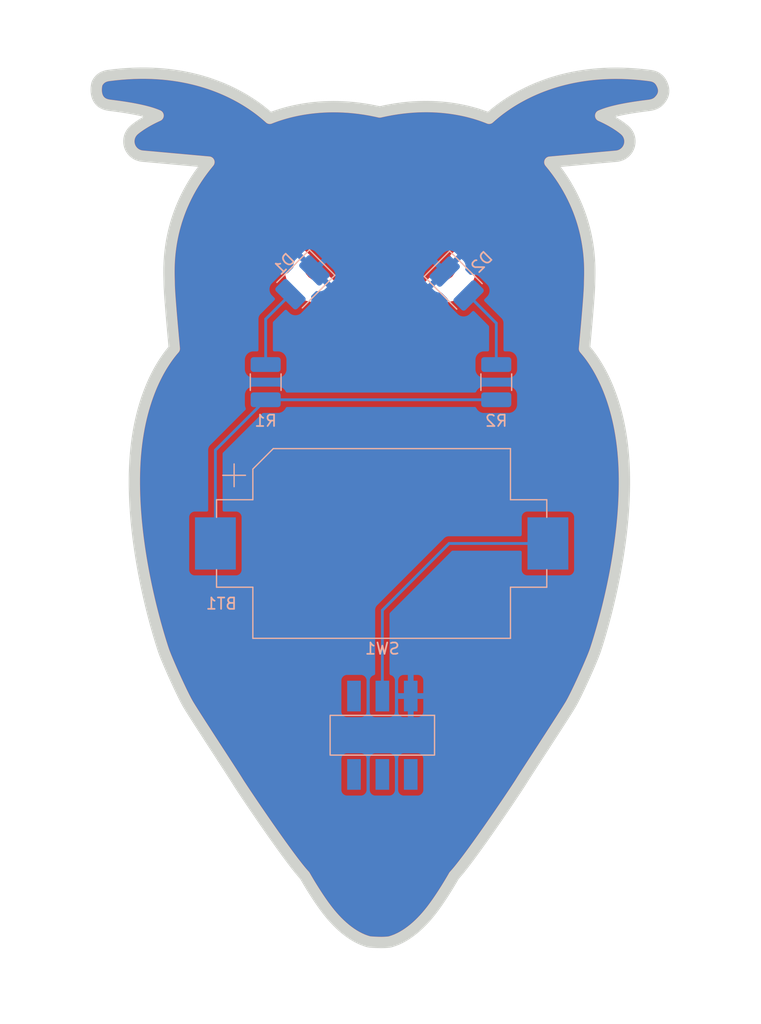
<source format=kicad_pcb>
(kicad_pcb (version 20211014) (generator pcbnew)
  (layers (0 "F.Cu" signal) (31 "B.Cu" signal) (34 "B.Paste" user) (35 "F.Paste" user) (36 "B.SilkS" user "B.Silkscreen") (37 "F.SilkS" user "F.Silkscreen") (38 "B.Mask" user) (39 "F.Mask" user) (44 "Edge.Cuts" user))
  (net 0 "")
  (net 1 "+3V0")
  (net 2 "Net-(BT1-Pad2)")
  (net 3 "GND")
  (net 4 "Net-(D1-Pad2)")
  (net 5 "Net-(D2-Pad2)")
  (footprint "Graphics" (layer "F.Cu") (at 30.79 29.72)
    (fp_text reference "" (at 0 0) (layer "F.SilkS") (effects (font (size 1.27 1.27))))
    (fp_text value "" (at 0 0) (layer "F.SilkS") (effects (font (size 1.27 1.27))))
    (fp_poly (pts (xy 6.404 0.133) (xy 6.463 0.14) (xy 8.256 0.444) (xy 9.968 0.919) (xy 11.586 1.558) (xy 13.098 2.357) (xy 14.492 3.311) (xy 14.988 3.713) (xy 15.182 3.871) (xy 15.299 3.953) (xy 15.31 3.957) (xy 15.411 3.924) (xy 15.648 3.845) (xy 15.929 3.75) (xy 17.26 3.367) (xy 18.658 3.106) (xy 19.625 2.996) (xy 20.014 2.974) (xy 20.532 2.964) (xy 21.109 2.964) (xy 21.674 2.974) (xy 22.156 2.994) (xy 22.35 3.008) (xy 24.083 3.24) (xy 24.579 3.335) (xy 24.98 3.417) (xy 25.459 3.32) (xy 26.138 3.193) (xy 26.778 3.097) (xy 27.484 3.017) (xy 27.713 2.995) (xy 28.063 2.975) (xy 28.547 2.964) (xy 29.1 2.962) (xy 29.656 2.968) (xy 30.15 2.983) (xy 30.517 3.005) (xy 30.55 3.008) (xy 31.916 3.201) (xy 33.188 3.495) (xy 34.378 3.882) (xy 34.619 3.971) (xy 34.803 3.807) (xy 35.603 3.163) (xy 36.524 2.534) (xy 37.491 1.97) (xy 37.8 1.811) (xy 39.382 1.121) (xy 41.017 0.599) (xy 41.354 0.514) (xy 43.043 0.197) (xy 44.803 0.03) (xy 46.564 0.02) (xy 46.699 0.026) (xy 47.233 0.057) (xy 47.778 0.101) (xy 48.285 0.15) (xy 48.707 0.202) (xy 48.996 0.25) (xy 49.063 0.267) (xy 49.498 0.5) (xy 49.809 0.887) (xy 49.831 0.93) (xy 49.988 1.412) (xy 49.965 1.816) (xy 49.781 2.204) (xy 49.481 2.535) (xy 49.274 2.67) (xy 49.114 2.739) (xy 48.925 2.791) (xy 48.652 2.84) (xy 48.24 2.898) (xy 48.213 2.901) (xy 46.979 3.086) (xy 45.927 3.293) (xy 45.252 3.466) (xy 44.948 3.559) (xy 44.68 3.65) (xy 44.508 3.718) (xy 44.475 3.739) (xy 44.555 3.785) (xy 44.758 3.889) (xy 44.872 3.946) (xy 45.458 4.259) (xy 45.983 4.58) (xy 46.408 4.882) (xy 46.694 5.141) (xy 46.728 5.182) (xy 46.963 5.627) (xy 47.019 6.113) (xy 46.951 6.438) (xy 46.709 6.851) (xy 46.336 7.155) (xy 46.066 7.265) (xy 45.938 7.283) (xy 45.634 7.315) (xy 45.178 7.361) (xy 44.594 7.417) (xy 43.904 7.482) (xy 43.134 7.554) (xy 42.306 7.629) (xy 41.444 7.707) (xy 40.571 7.785) (xy 40.317 7.807) (xy 39.971 7.838) (xy 40.196 8.119) (xy 41.109 9.381) (xy 41.88 10.722) (xy 41.988 10.938) (xy 42.616 12.404) (xy 43.069 13.904) (xy 43.358 15.476) (xy 43.452 16.413) (xy 43.466 16.698) (xy 43.476 17.109) (xy 43.48 17.572) (xy 43.48 17.725) (xy 43.477 18.141) (xy 43.468 18.548) (xy 43.451 18.975) (xy 43.425 19.449) (xy 43.387 19.999) (xy 43.335 20.653) (xy 43.268 21.438) (xy 43.185 22.383) (xy 43.147 22.801) (xy 43.017 24.24) (xy 43.285 24.576) (xy 44.118 25.772) (xy 44.833 27.12) (xy 45.428 28.608) (xy 45.899 30.225) (xy 46.245 31.958) (xy 46.46 33.796) (xy 46.543 35.727) (xy 46.529 36.87) (xy 46.406 39.032) (xy 46.171 41.213) (xy 45.817 43.458) (xy 45.339 45.81) (xy 45.335 45.825) (xy 45.124 46.724) (xy 44.88 47.685) (xy 44.619 48.654) (xy 44.356 49.577) (xy 44.106 50.402) (xy 43.921 50.963) (xy 43.789 51.31) (xy 43.586 51.797) (xy 43.331 52.385) (xy 43.041 53.035) (xy 42.732 53.706) (xy 42.424 54.36) (xy 42.344 54.525) (xy 42.226 54.767) (xy 42.111 54.993) (xy 41.991 55.221) (xy 41.853 55.466) (xy 41.688 55.745) (xy 41.485 56.077) (xy 41.234 56.477) (xy 40.924 56.962) (xy 40.545 57.55) (xy 40.086 58.258) (xy 39.537 59.101) (xy 39 59.925) (xy 38.537 60.636) (xy 38.172 61.196) (xy 37.894 61.624) (xy 37.693 61.937) (xy 37.556 62.151) (xy 37.473 62.284) (xy 37.434 62.354) (xy 37.425 62.376) (xy 37.372 62.464) (xy 37.228 62.686) (xy 37.014 63.01) (xy 36.75 63.406) (xy 36.458 63.842) (xy 36.158 64.286) (xy 35.872 64.708) (xy 35.629 65.063) (xy 34.761 66.314) (xy 33.979 67.423) (xy 33.287 68.384) (xy 32.689 69.191) (xy 32.19 69.839) (xy 31.888 70.21) (xy 31.714 70.418) (xy 31.598 70.557) (xy 31.585 70.573) (xy 31.508 70.69) (xy 31.368 70.919) (xy 31.274 71.075) (xy 30.684 72.035) (xy 30.09 72.927) (xy 29.523 73.707) (xy 29.179 74.138) (xy 28.906 74.439) (xy 28.556 74.793) (xy 28.202 75.13) (xy 27.938 75.359) (xy 27.177 75.895) (xy 26.713 76.15) (xy 26.19 76.375) (xy 25.762 76.487) (xy 25.666 76.5) (xy 25.345 76.517) (xy 24.917 76.519) (xy 24.477 76.506) (xy 24.344 76.498) (xy 23.926 76.436) (xy 23.496 76.289) (xy 23.345 76.223) (xy 22.494 75.746) (xy 21.668 75.103) (xy 20.859 74.284) (xy 20.057 73.279) (xy 19.694 72.763) (xy 19.042 71.761) (xy 18.622 71.069) (xy 18.403 70.721) (xy 18.217 70.467) (xy 18.204 70.453) (xy 17.806 69.975) (xy 17.309 69.335) (xy 16.713 68.533) (xy 16.016 67.565) (xy 15.217 66.43) (xy 14.315 65.128) (xy 14.124 64.85) (xy 13.829 64.414) (xy 13.449 63.846) (xy 13.009 63.181) (xy 12.532 62.455) (xy 12.042 61.705) (xy 11.562 60.967) (xy 11.459 60.808) (xy 11.096 60.246) (xy 10.706 59.642) (xy 10.33 59.062) (xy 10.012 58.57) (xy 9.958 58.488) (xy 9.533 57.829) (xy 9.128 57.198) (xy 8.76 56.622) (xy 8.447 56.127) (xy 8.206 55.741) (xy 8.054 55.49) (xy 8.039 55.464) (xy 7.816 55.05) (xy 7.538 54.493) (xy 7.227 53.838) (xy 6.9 53.127) (xy 6.579 52.403) (xy 6.282 51.712) (xy 6.03 51.095) (xy 5.95 50.886) (xy 5.794 50.437) (xy 5.605 49.834) (xy 5.396 49.116) (xy 5.177 48.324) (xy 4.959 47.499) (xy 4.754 46.682) (xy 4.573 45.913) (xy 4.553 45.825) (xy 4.071 43.43) (xy 3.712 41.104) (xy 3.476 38.863) (xy 3.366 36.724) (xy 3.382 34.703) (xy 3.526 32.816) (xy 3.552 32.6) (xy 3.829 30.927) (xy 4.231 29.336) (xy 4.749 27.847) (xy 5.376 26.482) (xy 6.103 25.262) (xy 6.598 24.591) (xy 6.876 24.245) (xy 6.776 23.141) (xy 6.66 21.834) (xy 6.567 20.703) (xy 6.496 19.727) (xy 6.446 18.885) (xy 6.416 18.153) (xy 6.406 17.512) (xy 6.412 17.06) (xy 16.604 17.06) (xy 16.611 17.476) (xy 16.638 17.714) (xy 16.835 18.354) (xy 17.183 18.989) (xy 17.624 19.527) (xy 18.009 19.832) (xy 18.48 20.035) (xy 19.088 20.161) (xy 19.322 20.167) (xy 19.644 20.148) (xy 19.944 20.112) (xy 20.011 20.099) (xy 20.632 19.895) (xy 20.988 19.687) (xy 21.28 19.422) (xy 21.394 19.152) (xy 21.382 19.048) (xy 28.655 19.048) (xy 28.655 19.113) (xy 28.714 19.354) (xy 28.891 19.56) (xy 28.921 19.586) (xy 29.447 19.91) (xy 30.08 20.11) (xy 30.757 20.169) (xy 31.026 20.149) (xy 31.686 19.995) (xy 32.217 19.704) (xy 32.564 19.371) (xy 33.058 18.66) (xy 33.352 17.944) (xy 33.447 17.222) (xy 33.342 16.497) (xy 33.138 15.963) (xy 32.87 15.502) (xy 32.568 15.13) (xy 32.567 15.129) (xy 32.432 14.996) (xy 32.11 15.253) (xy 31.787 15.513) (xy 31.5 15.749) (xy 31.292 15.926) (xy 31.205 16.007) (xy 31.198 16.064) (xy 31.28 16.189) (xy 31.306 16.223) (xy 31.595 16.715) (xy 31.692 17.174) (xy 31.597 17.594) (xy 31.356 17.922) (xy 30.982 18.183) (xy 30.594 18.246) (xy 30.19 18.11) (xy 29.847 17.855) (xy 29.706 17.726) (xy 29.509 17.881) (xy 29.053 18.297) (xy 28.764 18.692) (xy 28.655 19.048) (xy 21.382 19.048) (xy 21.363 18.884) (xy 21.2 18.572) (xy 20.903 18.215) (xy 20.541 17.886) (xy 20.344 17.729) (xy 20.143 17.9) (xy 19.923 18.065) (xy 19.778 18.154) (xy 19.621 18.22) (xy 19.452 18.237) (xy 19.388 18.237) (xy 19.186 18.227) (xy 19.04 18.177) (xy 19.016 18.165) (xy 18.726 17.958) (xy 18.487 17.68) (xy 18.446 17.607) (xy 18.35 17.194) (xy 18.439 16.738) (xy 18.708 16.262) (xy 18.726 16.239) (xy 18.824 16.09) (xy 18.841 16.038) (xy 18.755 15.946) (xy 18.545 15.759) (xy 18.244 15.506) (xy 17.979 15.29) (xy 17.747 15.106) (xy 17.614 15.036) (xy 17.516 15.072) (xy 17.393 15.21) (xy 17.375 15.232) (xy 16.927 15.9) (xy 16.658 16.622) (xy 16.639 16.705) (xy 16.604 17.06) (xy 6.412 17.06) (xy 6.414 16.937) (xy 6.44 16.409) (xy 6.483 15.905) (xy 6.502 15.729) (xy 6.794 14.041) (xy 7.276 12.413) (xy 7.945 10.852) (xy 8.798 9.365) (xy 9.393 8.518) (xy 9.59 8.258) (xy 9.758 8.044) (xy 9.794 8) (xy 9.892 7.862) (xy 9.895 7.831) (xy 9.791 7.821) (xy 9.513 7.796) (xy 9.085 7.757) (xy 8.534 7.707) (xy 7.883 7.648) (xy 7.157 7.583) (xy 6.938 7.563) (xy 6.172 7.493) (xy 5.474 7.428) (xy 4.868 7.37) (xy 4.379 7.322) (xy 4.034 7.285) (xy 3.858 7.263) (xy 3.846 7.26) (xy 3.43 7.065) (xy 3.104 6.729) (xy 2.911 6.304) (xy 2.875 6.023) (xy 2.969 5.527) (xy 3.25 5.097) (xy 3.285 5.061) (xy 3.634 4.77) (xy 4.121 4.442) (xy 4.697 4.111) (xy 5.031 3.939) (xy 5.45 3.733) (xy 5.281 3.668) (xy 4.606 3.448) (xy 3.756 3.241) (xy 2.755 3.052) (xy 1.63 2.886) (xy 1.45 2.863) (xy 0.978 2.784) (xy 0.648 2.673) (xy 0.403 2.51) (xy 0.375 2.485) (xy 0.164 2.199) (xy 0.061 1.957) (xy 0.017 1.691) (xy 0.006 1.357) (xy 0.023 1.15) (xy 0.15 0.774) (xy 0.306 0.578) (xy 0.498 0.413) (xy 0.715 0.302) (xy 1.015 0.227) (xy 1.457 0.164) (xy 1.458 0.164) (xy 3.17 0.021) (xy 4.797 0.011)) (layer "F.Cu") (width 0) (fill solid))
  )
  (footprint "Graphics" (layer "F.Cu") (at 30.79 29.72)
    (fp_text reference "" (at 0 0) (layer "F.SilkS") (effects (font (size 1.27 1.27))))
    (fp_text value "" (at 0 0) (layer "F.SilkS") (effects (font (size 1.27 1.27))))
  )
  (footprint "Battery:BatteryHolder_Keystone_1060_1x2032" (layer "B.Cu") (at 55.94 71.12)
    (fp_text reference "BT1" (at -14.125 5.3) (layer "B.SilkS") (effects (justify mirror)))
    (fp_text value "Battery_Cell")
    (fp_line (start -14.55 -3.85) (end -14.55 -2.3) (layer "B.SilkS") (width 0.12))
    (fp_line (start 11.35 -3.85) (end 14.55 -3.85) (layer "B.SilkS") (width 0.12))
    (fp_line (start -11.35 3.85) (end -14.55 3.85) (layer "B.SilkS") (width 0.12))
    (fp_line (start -11.35 8.35) (end -11.35 3.85) (layer "B.SilkS") (width 0.12))
    (fp_line (start -12 -6) (end -14 -6) (layer "B.SilkS") (width 0.12))
    (fp_line (start 11.35 8.35) (end 11.35 3.85) (layer "B.SilkS") (width 0.12))
    (fp_line (start -13 -5) (end -13 -7) (layer "B.SilkS") (width 0.12))
    (fp_line (start -11.35 -6.55) (end -11.35 -3.85) (layer "B.SilkS") (width 0.12))
    (fp_line (start 11.35 -8.35) (end 11.35 -3.85) (layer "B.SilkS") (width 0.12))
    (fp_line (start 14.55 -3.85) (end 14.55 -2.3) (layer "B.SilkS") (width 0.12))
    (fp_line (start 11.35 3.85) (end 14.55 3.85) (layer "B.SilkS") (width 0.12))
    (fp_line (start -14.55 3.85) (end -14.55 2.3) (layer "B.SilkS") (width 0.12))
    (fp_line (start -11.35 8.35) (end 11.35 8.35) (layer "B.SilkS") (width 0.12))
    (fp_line (start -11.35 -3.85) (end -14.55 -3.85) (layer "B.SilkS") (width 0.12))
    (fp_line (start 14.55 3.85) (end 14.55 2.3) (layer "B.SilkS") (width 0.12))
    (fp_line (start -9.55 -8.35) (end -11.35 -6.55) (layer "B.SilkS") (width 0.12))
    (fp_line (start 11.35 -8.35) (end -9.55 -8.35) (layer "B.SilkS") (width 0.12))
    (pad "1" smd rect locked (at -14.65 0 180) (size 3.6 4.6) (layers "B.Cu" "B.Paste" "B.Mask") (net 1 "+3V0"))
    (pad "2" smd rect locked (at 14.65 0 180) (size 3.6 4.6) (layers "B.Cu" "B.Paste" "B.Mask") (net 2 "Net-(BT1-Pad2)"))
  )
  (footprint "MSS22D18G2:MSS22D18G2" (layer "B.Cu") (at 56 88 180)
    (fp_text reference "SW1" (at 0 7.62 unlocked) (layer "B.SilkS") (effects (justify mirror)))
    (fp_text value "SW_DPDT_x2")
    (fp_rect (start -4.6 1.75) (end 4.6 -1.75) (layer "B.SilkS") (width 0.12) (fill none))
    (pad "1" smd rect (at -2.5 3.45 90) (size 2.7 1.2) (layers "B.Cu" "B.Paste" "B.Mask") (net 3 "GND"))
    (pad "2" smd rect (at 0 3.45 90) (size 2.7 1.2) (layers "B.Cu" "B.Paste" "B.Mask") (net 2 "Net-(BT1-Pad2)"))
    (pad "3" smd rect (at 2.5 3.45 90) (size 2.7 1.2) (layers "B.Cu" "B.Paste" "B.Mask"))
    (pad "4" smd rect (at -2.5 -3.45 90) (size 2.7 1.2) (layers "B.Cu" "B.Paste" "B.Mask"))
    (pad "5" smd rect (at 0 -3.45 90) (size 2.7 1.2) (layers "B.Cu" "B.Paste" "B.Mask"))
    (pad "6" smd rect (at 2.5 -3.45 90) (size 2.7 1.2) (layers "B.Cu" "B.Paste" "B.Mask"))
  )
  (footprint "Resistor_SMD:R_1210_3225Metric_Pad1.30x2.65mm_HandSolder" (layer "B.Cu") (at 66.04 56.92 90)
    (fp_text reference "R2" (at -3.405 0 180) (layer "B.SilkS") (effects (justify mirror)))
    (fp_text value "200")
    (fp_line (start -0.723737 1.355) (end 0.723737 1.355) (layer "B.SilkS") (width 0.12))
    (fp_line (start -0.723737 -1.355) (end 0.723737 -1.355) (layer "B.SilkS") (width 0.12))
    (pad "1" smd roundrect locked (at -1.55 0 90) (size 1.3 2.65) (layers "B.Cu" "B.Paste" "B.Mask") (roundrect_rratio 0.1923076923) (net 1 "+3V0"))
    (pad "2" smd roundrect locked (at 1.55 0 90) (size 1.3 2.65) (layers "B.Cu" "B.Paste" "B.Mask") (roundrect_rratio 0.1923076923) (net 5 "Net-(D2-Pad2)"))
  )
  (footprint "LED_SMD:LED_1210_3225Metric_Pad1.42x2.65mm_HandSolder" (layer "B.Cu") (at 48.958179 48.131821 -135)
    (fp_text reference "D1" (at 0 2.28 45) (layer "B.SilkS") (effects (justify mirror)))
    (fp_text value "LED")
    (fp_line (start 1.6 1.585) (end -2.46 1.585) (layer "B.SilkS") (width 0.12))
    (fp_line (start -2.46 1.585) (end -2.46 -1.585) (layer "B.SilkS") (width 0.12))
    (fp_line (start -2.46 -1.585) (end 1.6 -1.585) (layer "B.SilkS") (width 0.12))
    (pad "1" smd roundrect locked (at -1.4875 0 225) (size 1.425 2.65) (layers "B.Cu" "B.Paste" "B.Mask") (roundrect_rratio 0.1754392982) (net 3 "GND"))
    (pad "2" smd roundrect locked (at 1.4875 0 225) (size 1.425 2.65) (layers "B.Cu" "B.Paste" "B.Mask") (roundrect_rratio 0.1754392982) (net 4 "Net-(D1-Pad2)"))
  )
  (footprint "LED_SMD:LED_1210_3225Metric_Pad1.42x2.65mm_HandSolder" (layer "B.Cu") (at 62.547197 48.237197 -45)
    (fp_text reference "D2" (at 0.240845 -2.902673 45) (layer "B.SilkS") (effects (justify mirror)))
    (fp_text value "LED")
    (fp_line (start -2.46 1.585) (end -2.46 -1.585) (layer "B.SilkS") (width 0.12))
    (fp_line (start -2.46 -1.585) (end 1.6 -1.585) (layer "B.SilkS") (width 0.12))
    (fp_line (start 1.6 1.585) (end -2.46 1.585) (layer "B.SilkS") (width 0.12))
    (pad "1" smd roundrect locked (at -1.4875 0 315) (size 1.425 2.65) (layers "B.Cu" "B.Paste" "B.Mask") (roundrect_rratio 0.1754392982) (net 3 "GND"))
    (pad "2" smd roundrect locked (at 1.4875 0 315) (size 1.425 2.65) (layers "B.Cu" "B.Paste" "B.Mask") (roundrect_rratio 0.1754392982) (net 5 "Net-(D2-Pad2)"))
  )
  (footprint "Resistor_SMD:R_1210_3225Metric_Pad1.30x2.65mm_HandSolder" (layer "B.Cu") (at 45.72 56.92 90)
    (fp_text reference "R1" (at -3.405 0 180) (layer "B.SilkS") (effects (justify mirror)))
    (fp_text value "200")
    (fp_line (start -0.723737 -1.355) (end 0.723737 -1.355) (layer "B.SilkS") (width 0.12))
    (fp_line (start -0.723737 1.355) (end 0.723737 1.355) (layer "B.SilkS") (width 0.12))
    (pad "1" smd roundrect locked (at -1.55 0 90) (size 1.3 2.65) (layers "B.Cu" "B.Paste" "B.Mask") (roundrect_rratio 0.1923076923) (net 1 "+3V0"))
    (pad "2" smd roundrect locked (at 1.55 0 90) (size 1.3 2.65) (layers "B.Cu" "B.Paste" "B.Mask") (roundrect_rratio 0.1923076923) (net 4 "Net-(D1-Pad2)"))
  )
  (gr_poly (pts (xy 55.771 33.141) (xy 56.285 33.029) (xy 56.788 32.933) (xy 57.281 32.853) (xy 57.764 32.788) (xy 58.235 32.737) (xy 58.696 32.7) (xy 59.145 32.675) (xy 59.583 32.663) (xy 60.009 32.662) (xy 60.423 32.671) (xy 60.825 32.69) (xy 61.215 32.719) (xy 61.592 32.755) (xy 61.957 32.799) (xy 62.309 32.85) (xy 62.647 32.907) (xy 62.972 32.969) (xy 63.284 33.035) (xy 63.582 33.105) (xy 63.866 33.179) (xy 64.136 33.254) (xy 64.391 33.331) (xy 64.632 33.409) (xy 64.858 33.487) (xy 65.069 33.564) (xy 65.265 33.639) (xy 65.409 33.697) (xy 65.539 33.58) (xy 65.679 33.457) (xy 65.83 33.329) (xy 65.993 33.196) (xy 66.166 33.058) (xy 66.349 32.917) (xy 66.544 32.774) (xy 66.75 32.627) (xy 66.967 32.479) (xy 67.195 32.329) (xy 67.433 32.178) (xy 67.683 32.027) (xy 67.944 31.876) (xy 68.217 31.726) (xy 68.5 31.577) (xy 68.795 31.43) (xy 69.1 31.286) (xy 69.418 31.144) (xy 69.746 31.006) (xy 70.086 30.872) (xy 70.437 30.743) (xy 70.8 30.619) (xy 71.174 30.5) (xy 71.56 30.388) (xy 71.957 30.283) (xy 72.366 30.185) (xy 72.786 30.095) (xy 73.218 30.014) (xy 73.662 29.941) (xy 74.117 29.878) (xy 74.584 29.826) (xy 75.063 29.784) (xy 75.553 29.753) (xy 76.056 29.734) (xy 76.57 29.727) (xy 77.096 29.733) (xy 77.635 29.753) (xy 78.185 29.787) (xy 78.747 29.835) (xy 79.321 29.898) (xy 79.626 29.938) (xy 79.773 29.964) (xy 79.906 30.002) (xy 80.024 30.047) (xy 80.129 30.1) (xy 80.221 30.158) (xy 80.301 30.22) (xy 80.371 30.283) (xy 80.43 30.347) (xy 80.48 30.41) (xy 80.522 30.469) (xy 80.556 30.524) (xy 80.583 30.572) (xy 80.605 30.612) (xy 80.61 30.623) (xy 80.663 30.729) (xy 80.707 30.839) (xy 80.743 30.95) (xy 80.77 31.063) (xy 80.786 31.178) (xy 80.79 31.294) (xy 80.781 31.412) (xy 80.759 31.531) (xy 80.722 31.651) (xy 80.669 31.771) (xy 80.6 31.891) (xy 80.512 32.012) (xy 80.406 32.133) (xy 80.381 32.159) (xy 80.364 32.176) (xy 80.336 32.204) (xy 80.296 32.24) (xy 80.244 32.283) (xy 80.178 32.329) (xy 80.099 32.376) (xy 80.005 32.423) (xy 79.897 32.466) (xy 79.772 32.504) (xy 79.631 32.534) (xy 79.611 32.538) (xy 79.557 32.546) (xy 79.484 32.556) (xy 79.394 32.567) (xy 79.288 32.581) (xy 79.166 32.597) (xy 79.031 32.614) (xy 78.882 32.634) (xy 78.723 32.656) (xy 78.553 32.68) (xy 78.374 32.706) (xy 78.187 32.734) (xy 77.994 32.765) (xy 77.795 32.798) (xy 77.592 32.833) (xy 77.386 32.871) (xy 77.179 32.911) (xy 76.97 32.953) (xy 76.763 32.998) (xy 76.557 33.046) (xy 76.354 33.096) (xy 76.155 33.149) (xy 75.962 33.204) (xy 75.775 33.262) (xy 75.597 33.323) (xy 75.546 33.341) (xy 75.326 33.427) (xy 75.237 33.464) (xy 75.493 33.582) (xy 75.731 33.698) (xy 75.954 33.813) (xy 76.159 33.924) (xy 76.348 34.033) (xy 76.521 34.136) (xy 76.677 34.235) (xy 76.817 34.327) (xy 76.942 34.413) (xy 77.051 34.491) (xy 77.144 34.56) (xy 77.221 34.621) (xy 77.284 34.671) (xy 77.331 34.711) (xy 77.363 34.739) (xy 77.381 34.754) (xy 77.384 34.758) (xy 77.496 34.872) (xy 77.592 34.997) (xy 77.671 35.131) (xy 77.734 35.272) (xy 77.779 35.42) (xy 77.807 35.572) (xy 77.816 35.727) (xy 77.807 35.882) (xy 77.779 36.037) (xy 77.741 36.165) (xy 77.678 36.312) (xy 77.6 36.449) (xy 77.506 36.573) (xy 77.399 36.685) (xy 77.28 36.784) (xy 77.151 36.868) (xy 77.011 36.936) (xy 76.864 36.987) (xy 76.71 37.021) (xy 76.577 37.034) (xy 70.756 37.556) (xy 71.073 37.946) (xy 71.37 38.336) (xy 71.649 38.725) (xy 71.91 39.113) (xy 72.153 39.5) (xy 72.378 39.886) (xy 72.588 40.268) (xy 72.782 40.648) (xy 72.961 41.025) (xy 73.125 41.398) (xy 73.275 41.766) (xy 73.412 42.13) (xy 73.536 42.489) (xy 73.648 42.841) (xy 73.748 43.188) (xy 73.838 43.528) (xy 73.917 43.86) (xy 73.986 44.185) (xy 74.046 44.502) (xy 74.098 44.81) (xy 74.142 45.109) (xy 74.179 45.398) (xy 74.209 45.677) (xy 74.232 45.946) (xy 74.251 46.204) (xy 74.264 46.449) (xy 74.273 46.683) (xy 74.278 46.905) (xy 74.281 47.113) (xy 74.281 47.308) (xy 74.279 47.488) (xy 74.275 47.655) (xy 74.271 47.806) (xy 74.267 47.942) (xy 74.264 48.062) (xy 74.261 48.165) (xy 74.261 48.235) (xy 74.26 48.334) (xy 74.256 48.452) (xy 74.251 48.587) (xy 74.243 48.738) (xy 74.234 48.904) (xy 74.222 49.084) (xy 74.21 49.276) (xy 74.196 49.479) (xy 74.18 49.692) (xy 74.163 49.914) (xy 74.146 50.143) (xy 74.127 50.378) (xy 74.107 50.618) (xy 74.087 50.861) (xy 74.067 51.107) (xy 74.046 51.354) (xy 74.024 51.6) (xy 74.003 51.845) (xy 73.981 52.088) (xy 73.96 52.326) (xy 73.939 52.56) (xy 73.919 52.787) (xy 73.899 53.006) (xy 73.88 53.216) (xy 73.861 53.416) (xy 73.844 53.605) (xy 73.827 53.781) (xy 73.812 53.943) (xy 73.809 53.979) (xy 73.906 54.091) (xy 74.01 54.215) (xy 74.12 54.351) (xy 74.235 54.498) (xy 74.354 54.658) (xy 74.477 54.83) (xy 74.604 55.014) (xy 74.734 55.211) (xy 74.866 55.421) (xy 75 55.644) (xy 75.135 55.879) (xy 75.271 56.128) (xy 75.407 56.391) (xy 75.543 56.666) (xy 75.678 56.956) (xy 75.811 57.259) (xy 75.943 57.577) (xy 76.071 57.908) (xy 76.197 58.254) (xy 76.319 58.614) (xy 76.436 58.989) (xy 76.549 59.378) (xy 76.657 59.783) (xy 76.758 60.202) (xy 76.854 60.637) (xy 76.942 61.087) (xy 77.022 61.553) (xy 77.095 62.034) (xy 77.159 62.532) (xy 77.213 63.045) (xy 77.258 63.574) (xy 77.293 64.12) (xy 77.309 64.47) (xy 77.324 64.949) (xy 77.332 65.428) (xy 77.332 65.908) (xy 77.326 66.387) (xy 77.312 66.865) (xy 77.293 67.342) (xy 77.268 67.816) (xy 77.236 68.289) (xy 77.2 68.759) (xy 77.158 69.226) (xy 77.112 69.69) (xy 77.06 70.15) (xy 77.005 70.605) (xy 76.946 71.056) (xy 76.883 71.502) (xy 76.817 71.942) (xy 76.748 72.376) (xy 76.676 72.803) (xy 76.602 73.224) (xy 76.526 73.638) (xy 76.448 74.044) (xy 76.368 74.442) (xy 76.287 74.832) (xy 76.205 75.212) (xy 76.123 75.583) (xy 76.04 75.945) (xy 75.957 76.296) (xy 75.875 76.637) (xy 75.793 76.967) (xy 75.712 77.285) (xy 75.632 77.591) (xy 75.554 77.886) (xy 75.477 78.167) (xy 75.403 78.436) (xy 75.331 78.691) (xy 75.262 78.931) (xy 75.195 79.158) (xy 75.132 79.37) (xy 75.073 79.566) (xy 75.017 79.747) (xy 74.966 79.912) (xy 74.919 80.061) (xy 74.876 80.192) (xy 74.839 80.307) (xy 74.808 80.403) (xy 74.782 80.482) (xy 74.762 80.542) (xy 74.761 80.542) (xy 74.728 80.638) (xy 74.686 80.75) (xy 74.637 80.877) (xy 74.581 81.019) (xy 74.518 81.173) (xy 74.449 81.34) (xy 74.375 81.516) (xy 74.296 81.702) (xy 74.213 81.895) (xy 74.126 82.095) (xy 74.036 82.3) (xy 73.943 82.509) (xy 73.848 82.721) (xy 73.752 82.934) (xy 73.655 83.147) (xy 73.557 83.359) (xy 73.459 83.569) (xy 73.363 83.775) (xy 73.267 83.976) (xy 73.173 84.171) (xy 73.082 84.358) (xy 72.994 84.536) (xy 72.909 84.705) (xy 72.828 84.862) (xy 72.752 85.006) (xy 72.681 85.136) (xy 72.618 85.248) (xy 72.574 85.323) (xy 72.519 85.414) (xy 72.455 85.518) (xy 72.382 85.636) (xy 72.301 85.766) (xy 72.211 85.908) (xy 72.114 86.061) (xy 72.011 86.224) (xy 71.901 86.397) (xy 71.785 86.578) (xy 71.664 86.766) (xy 71.538 86.962) (xy 71.408 87.164) (xy 71.274 87.371) (xy 71.137 87.583) (xy 70.997 87.799) (xy 70.856 88.017) (xy 70.713 88.238) (xy 70.568 88.461) (xy 70.424 88.684) (xy 70.279 88.907) (xy 70.135 89.128) (xy 69.992 89.349) (xy 69.85 89.566) (xy 69.711 89.78) (xy 69.574 89.991) (xy 69.441 90.196) (xy 69.311 90.396) (xy 69.186 90.589) (xy 69.065 90.775) (xy 68.95 90.952) (xy 68.84 91.121) (xy 68.737 91.281) (xy 68.641 91.429) (xy 68.553 91.567) (xy 68.472 91.693) (xy 68.4 91.805) (xy 68.337 91.905) (xy 68.283 91.989) (xy 68.24 92.059) (xy 68.211 92.105) (xy 68.182 92.153) (xy 68.142 92.216) (xy 68.091 92.294) (xy 68.031 92.387) (xy 67.961 92.494) (xy 67.882 92.614) (xy 67.795 92.747) (xy 67.699 92.891) (xy 67.596 93.046) (xy 67.485 93.212) (xy 67.367 93.388) (xy 67.243 93.573) (xy 67.113 93.766) (xy 66.977 93.967) (xy 66.836 94.175) (xy 66.69 94.389) (xy 66.54 94.609) (xy 66.386 94.835) (xy 66.228 95.064) (xy 66.068 95.297) (xy 65.904 95.534) (xy 65.739 95.772) (xy 65.572 96.013) (xy 65.404 96.254) (xy 65.235 96.495) (xy 65.065 96.736) (xy 64.895 96.976) (xy 64.726 97.215) (xy 64.558 97.451) (xy 64.391 97.684) (xy 64.225 97.913) (xy 64.062 98.137) (xy 63.901 98.357) (xy 63.744 98.57) (xy 63.59 98.778) (xy 63.439 98.978) (xy 63.293 99.17) (xy 63.152 99.354) (xy 63.016 99.528) (xy 62.885 99.693) (xy 62.761 99.847) (xy 62.643 99.99) (xy 62.532 100.121) (xy 62.428 100.24) (xy 62.332 100.345) (xy 62.32 100.357) (xy 62.316 100.365) (xy 62.301 100.39) (xy 62.278 100.431) (xy 62.246 100.487) (xy 62.206 100.556) (xy 62.158 100.639) (xy 62.103 100.733) (xy 62.04 100.839) (xy 61.971 100.955) (xy 61.895 101.08) (xy 61.814 101.214) (xy 61.727 101.356) (xy 61.635 101.504) (xy 61.538 101.658) (xy 61.437 101.817) (xy 61.332 101.98) (xy 61.223 102.147) (xy 61.111 102.315) (xy 60.996 102.485) (xy 60.879 102.656) (xy 60.76 102.826) (xy 60.639 102.995) (xy 60.517 103.161) (xy 60.394 103.325) (xy 60.271 103.485) (xy 60.147 103.639) (xy 60.118 103.675) (xy 59.911 103.921) (xy 59.698 104.161) (xy 59.478 104.393) (xy 59.251 104.618) (xy 59.019 104.833) (xy 58.78 105.038) (xy 58.536 105.231) (xy 58.287 105.413) (xy 58.033 105.581) (xy 57.775 105.734) (xy 57.511 105.872) (xy 57.244 105.994) (xy 56.973 106.098) (xy 56.698 106.184) (xy 56.658 106.195) (xy 56.638 106.199) (xy 56.599 106.204) (xy 56.544 106.211) (xy 56.475 106.218) (xy 56.392 106.225) (xy 56.297 106.232) (xy 56.193 106.238) (xy 56.08 106.242) (xy 55.961 106.244) (xy 55.904 106.245) (xy 55.792 106.243) (xy 55.677 106.241) (xy 55.562 106.237) (xy 55.45 106.233) (xy 55.34 106.228) (xy 55.236 106.222) (xy 55.14 106.216) (xy 55.053 106.21) (xy 54.976 106.204) (xy 54.913 106.198) (xy 54.865 106.193) (xy 54.834 106.19) (xy 54.823 106.188) (xy 54.548 106.105) (xy 54.276 106.003) (xy 54.008 105.884) (xy 53.744 105.748) (xy 53.485 105.596) (xy 53.23 105.43) (xy 52.98 105.251) (xy 52.735 105.059) (xy 52.496 104.856) (xy 52.263 104.642) (xy 52.035 104.419) (xy 51.814 104.187) (xy 51.6 103.949) (xy 51.392 103.704) (xy 51.363 103.668) (xy 51.239 103.514) (xy 51.116 103.356) (xy 50.993 103.193) (xy 50.87 103.027) (xy 50.749 102.859) (xy 50.63 102.689) (xy 50.512 102.518) (xy 50.397 102.348) (xy 50.284 102.179) (xy 50.175 102.012) (xy 50.069 101.848) (xy 49.966 101.688) (xy 49.869 101.533) (xy 49.775 101.383) (xy 49.687 101.24) (xy 49.604 101.104) (xy 49.527 100.976) (xy 49.457 100.858) (xy 49.393 100.75) (xy 49.335 100.653) (xy 49.286 100.567) (xy 49.244 100.495) (xy 49.21 100.436) (xy 49.184 100.392) (xy 49.168 100.363) (xy 49.161 100.35) (xy 49.065 100.246) (xy 48.963 100.129) (xy 48.852 100) (xy 48.735 99.858) (xy 48.611 99.705) (xy 48.481 99.542) (xy 48.346 99.368) (xy 48.205 99.186) (xy 48.06 98.995) (xy 47.91 98.795) (xy 47.756 98.589) (xy 47.599 98.376) (xy 47.439 98.157) (xy 47.276 97.933) (xy 47.111 97.705) (xy 46.944 97.472) (xy 46.776 97.237) (xy 46.606 96.998) (xy 46.437 96.759) (xy 46.267 96.518) (xy 46.098 96.276) (xy 45.929 96.035) (xy 45.762 95.794) (xy 45.597 95.556) (xy 45.433 95.319) (xy 45.272 95.085) (xy 45.115 94.855) (xy 44.96 94.63) (xy 44.809 94.409) (xy 44.663 94.194) (xy 44.521 93.985) (xy 44.385 93.783) (xy 44.254 93.589) (xy 44.129 93.403) (xy 44.01 93.226) (xy 43.899 93.059) (xy 43.794 92.902) (xy 43.697 92.756) (xy 43.609 92.622) (xy 43.529 92.501) (xy 43.458 92.392) (xy 43.396 92.298) (xy 43.345 92.217) (xy 43.303 92.152) (xy 43.273 92.103) (xy 43.27 92.098) (xy 43.235 92.042) (xy 43.19 91.97) (xy 43.135 91.883) (xy 43.071 91.782) (xy 42.997 91.667) (xy 42.915 91.539) (xy 42.825 91.4) (xy 42.728 91.249) (xy 42.624 91.088) (xy 42.514 90.918) (xy 42.398 90.739) (xy 42.276 90.552) (xy 42.15 90.358) (xy 42.02 90.157) (xy 41.886 89.951) (xy 41.749 89.74) (xy 41.609 89.525) (xy 41.467 89.307) (xy 41.324 89.087) (xy 41.18 88.865) (xy 41.035 88.642) (xy 40.89 88.419) (xy 40.746 88.197) (xy 40.603 87.976) (xy 40.462 87.758) (xy 40.323 87.543) (xy 40.186 87.332) (xy 40.053 87.125) (xy 39.923 86.924) (xy 39.798 86.729) (xy 39.678 86.542) (xy 39.563 86.362) (xy 39.454 86.191) (xy 39.351 86.03) (xy 39.256 85.878) (xy 39.167 85.738) (xy 39.087 85.61) (xy 39.015 85.494) (xy 38.953 85.392) (xy 38.9 85.304) (xy 38.863 85.241) (xy 38.798 85.125) (xy 38.726 84.994) (xy 38.65 84.849) (xy 38.569 84.692) (xy 38.484 84.523) (xy 38.396 84.344) (xy 38.304 84.157) (xy 38.211 83.962) (xy 38.115 83.761) (xy 38.018 83.554) (xy 37.921 83.345) (xy 37.823 83.133) (xy 37.726 82.919) (xy 37.629 82.706) (xy 37.535 82.495) (xy 37.442 82.286) (xy 37.352 82.081) (xy 37.265 81.881) (xy 37.182 81.688) (xy 37.103 81.503) (xy 37.029 81.326) (xy 36.96 81.161) (xy 36.898 81.006) (xy 36.842 80.865) (xy 36.793 80.738) (xy 36.752 80.627) (xy 36.72 80.535) (xy 36.7 80.475) (xy 36.674 80.397) (xy 36.642 80.301) (xy 36.605 80.187) (xy 36.563 80.055) (xy 36.516 79.907) (xy 36.465 79.742) (xy 36.409 79.561) (xy 36.35 79.365) (xy 36.286 79.153) (xy 36.22 78.927) (xy 36.151 78.686) (xy 36.079 78.431) (xy 36.004 78.163) (xy 35.928 77.882) (xy 35.85 77.588) (xy 35.77 77.281) (xy 35.689 76.963) (xy 35.607 76.633) (xy 35.524 76.293) (xy 35.442 75.942) (xy 35.359 75.58) (xy 35.277 75.209) (xy 35.195 74.829) (xy 35.114 74.439) (xy 35.034 74.041) (xy 34.956 73.635) (xy 34.88 73.222) (xy 34.805 72.801) (xy 34.734 72.373) (xy 34.664 71.939) (xy 34.598 71.499) (xy 34.536 71.054) (xy 34.476 70.603) (xy 34.421 70.147) (xy 34.37 69.688) (xy 34.323 69.224) (xy 34.282 68.757) (xy 34.245 68.287) (xy 34.214 67.814) (xy 34.188 67.339) (xy 34.169 66.863) (xy 34.156 66.385) (xy 34.149 65.906) (xy 34.149 65.426) (xy 34.157 64.947) (xy 34.172 64.468) (xy 34.172 64.462) (xy 34.2 63.906) (xy 34.238 63.367) (xy 34.287 62.843) (xy 34.345 62.336) (xy 34.412 61.845) (xy 34.488 61.369) (xy 34.571 60.91) (xy 34.662 60.465) (xy 34.76 60.036) (xy 34.864 59.622) (xy 34.973 59.223) (xy 35.088 58.839) (xy 35.207 58.47) (xy 35.331 58.115) (xy 35.458 57.775) (xy 35.587 57.449) (xy 35.719 57.137) (xy 35.853 56.839) (xy 35.989 56.554) (xy 36.125 56.284) (xy 36.261 56.026) (xy 36.397 55.782) (xy 36.531 55.552) (xy 36.665 55.334) (xy 36.796 55.129) (xy 36.925 54.937) (xy 37.05 54.757) (xy 37.172 54.59) (xy 37.29 54.434) (xy 37.403 54.291) (xy 37.51 54.16) (xy 37.612 54.041) (xy 37.672 53.972) (xy 37.657 53.813) (xy 37.641 53.641) (xy 37.624 53.455) (xy 37.606 53.257) (xy 37.587 53.049) (xy 37.567 52.832) (xy 37.547 52.607) (xy 37.526 52.375) (xy 37.505 52.138) (xy 37.483 51.896) (xy 37.462 51.651) (xy 37.44 51.405) (xy 37.419 51.158) (xy 37.399 50.912) (xy 37.378 50.668) (xy 37.359 50.427) (xy 37.34 50.191) (xy 37.322 49.96) (xy 37.305 49.737) (xy 37.289 49.522) (xy 37.274 49.316) (xy 37.261 49.121) (xy 37.25 48.939) (xy 37.24 48.769) (xy 37.232 48.614) (xy 37.226 48.475) (xy 37.222 48.353) (xy 37.22 48.249) (xy 37.22 48.228) (xy 37.219 48.137) (xy 37.217 48.03) (xy 37.213 47.907) (xy 37.209 47.768) (xy 37.205 47.613) (xy 37.202 47.443) (xy 37.2 47.26) (xy 37.201 47.062) (xy 37.203 46.851) (xy 37.21 46.627) (xy 37.22 46.39) (xy 37.234 46.142) (xy 37.253 45.882) (xy 37.278 45.611) (xy 37.31 45.33) (xy 37.348 45.038) (xy 37.393 44.737) (xy 37.447 44.427) (xy 37.509 44.109) (xy 37.58 43.782) (xy 37.662 43.448) (xy 37.754 43.107) (xy 37.856 42.759) (xy 37.971 42.405) (xy 38.098 42.045) (xy 38.237 41.68) (xy 38.39 41.311) (xy 38.558 40.937) (xy 38.74 40.56) (xy 38.937 40.179) (xy 39.15 39.796) (xy 39.379 39.41) (xy 39.626 39.023) (xy 39.89 38.634) (xy 40.173 38.245) (xy 40.475 37.855) (xy 40.725 37.549) (xy 34.904 37.027) (xy 34.745 37.009) (xy 34.592 36.972) (xy 34.446 36.918) (xy 34.308 36.848) (xy 34.18 36.761) (xy 34.063 36.661) (xy 33.958 36.546) (xy 33.867 36.42) (xy 33.791 36.282) (xy 33.74 36.158) (xy 33.696 36.005) (xy 33.671 35.849) (xy 33.665 35.694) (xy 33.678 35.539) (xy 33.708 35.388) (xy 33.756 35.241) (xy 33.822 35.101) (xy 33.904 34.968) (xy 34.002 34.845) (xy 34.097 34.75) (xy 34.104 34.744) (xy 34.126 34.724) (xy 34.163 34.692) (xy 34.215 34.649) (xy 34.282 34.596) (xy 34.364 34.532) (xy 34.462 34.46) (xy 34.576 34.38) (xy 34.705 34.292) (xy 34.851 34.198) (xy 35.012 34.098) (xy 35.189 33.992) (xy 35.383 33.883) (xy 35.594 33.77) (xy 35.821 33.655) (xy 36.065 33.538) (xy 36.244 33.456) (xy 36.02 33.366) (xy 35.935 33.334) (xy 35.758 33.272) (xy 35.574 33.213) (xy 35.383 33.157) (xy 35.186 33.104) (xy 34.984 33.053) (xy 34.779 33.005) (xy 34.571 32.959) (xy 34.363 32.916) (xy 34.155 32.875) (xy 33.948 32.837) (xy 33.744 32.801) (xy 33.544 32.767) (xy 33.349 32.736) (xy 33.161 32.707) (xy 32.979 32.68) (xy 32.807 32.655) (xy 32.644 32.633) (xy 32.492 32.613) (xy 32.353 32.594) (xy 32.227 32.578) (xy 32.116 32.564) (xy 32.021 32.552) (xy 31.943 32.541) (xy 31.884 32.533) (xy 31.87 32.53) (xy 31.714 32.498) (xy 31.573 32.455) (xy 31.446 32.402) (xy 31.334 32.339) (xy 31.234 32.268) (xy 31.146 32.19) (xy 31.071 32.106) (xy 31.006 32.017) (xy 30.951 31.923) (xy 30.905 31.826) (xy 30.869 31.726) (xy 30.84 31.625) (xy 30.819 31.524) (xy 30.804 31.424) (xy 30.794 31.324) (xy 30.79 31.228) (xy 30.791 31.135) (xy 30.795 31.046) (xy 30.801 30.963) (xy 30.811 30.886) (xy 30.821 30.817) (xy 30.832 30.756) (xy 30.844 30.705) (xy 30.854 30.663) (xy 30.864 30.633) (xy 30.871 30.616) (xy 30.871 30.615) (xy 30.891 30.578) (xy 30.916 30.532) (xy 30.948 30.479) (xy 30.987 30.421) (xy 31.035 30.359) (xy 31.091 30.296) (xy 31.157 30.232) (xy 31.234 30.169) (xy 31.323 30.11) (xy 31.424 30.055) (xy 31.538 30.007) (xy 31.666 29.967) (xy 31.809 29.937) (xy 31.856 29.93) (xy 32.436 29.859) (xy 33.004 29.803) (xy 33.561 29.762) (xy 34.105 29.735) (xy 34.638 29.722) (xy 35.158 29.722) (xy 35.667 29.734) (xy 36.164 29.759) (xy 36.649 29.795) (xy 37.122 29.842) (xy 37.583 29.9) (xy 38.033 29.967) (xy 38.471 30.044) (xy 38.897 30.13) (xy 39.312 30.224) (xy 39.715 30.325) (xy 40.107 30.434) (xy 40.487 30.549) (xy 40.856 30.67) (xy 41.213 30.797) (xy 41.559 30.928) (xy 41.893 31.064) (xy 42.216 31.204) (xy 42.528 31.347) (xy 42.829 31.493) (xy 43.118 31.641) (xy 43.396 31.79) (xy 43.663 31.941) (xy 43.919 32.092) (xy 44.163 32.243) (xy 44.397 32.393) (xy 44.619 32.543) (xy 44.831 32.69) (xy 45.031 32.835) (xy 45.221 32.978) (xy 45.399 33.117) (xy 45.567 33.252) (xy 45.724 33.383) (xy 45.87 33.509) (xy 46.006 33.629) (xy 46.08 33.697) (xy 46.267 33.624) (xy 46.469 33.549) (xy 46.687 33.472) (xy 46.921 33.395) (xy 47.17 33.318) (xy 47.433 33.241) (xy 47.712 33.166) (xy 48.004 33.094) (xy 48.311 33.024) (xy 48.632 32.959) (xy 48.967 32.898) (xy 49.315 32.843) (xy 49.677 32.794) (xy 50.051 32.752) (xy 50.439 32.717) (xy 50.838 32.692) (xy 51.25 32.675) (xy 51.674 32.669) (xy 52.11 32.674) (xy 52.558 32.69) (xy 53.016 32.718) (xy 53.486 32.76) (xy 53.967 32.816) (xy 54.458 32.886) (xy 54.96 32.972) (xy 55.471 33.075) (xy 55.771 33.141)) (layer "Edge.Cuts") (width 1) (fill none))
  (segment (start 41.29 71.12) (end 41.29 62.9) (width 0.25) (layer "B.Cu") (net 1))
  (segment (start 66.04 58.47) (end 45.72 58.47) (width 0.25) (layer "B.Cu") (net 1))
  (segment (start 41.29 62.9) (end 45.72 58.47) (width 0.25) (layer "B.Cu") (net 1))
  (segment (start 56 77) (end 56 85.05) (width 0.25) (layer "B.Cu") (net 2))
  (segment (start 61.88 71.12) (end 56 77) (width 0.25) (layer "B.Cu") (net 2))
  (segment (start 70.59 71.12) (end 61.88 71.12) (width 0.25) (layer "B.Cu") (net 2))
  (segment (start 45.72 55.37) (end 45.72 51.37) (width 0.25) (layer "B.Cu") (net 4))
  (segment (start 45.72 51.37) (end 47.906358 49.183642) (width 0.25) (layer "B.Cu") (net 4))
  (segment (start 66.04 55.37) (end 66.04 51.73) (width 0.25) (layer "B.Cu") (net 5))
  (segment (start 66.04 51.73) (end 63.599018 49.289018) (width 0.25) (layer "B.Cu") (net 5))
  (zone (net 0) (net_name "") (layer "B.Cu") (connect_pads (clearance 0)) (min_thickness 0.254)
    (keepout (tracks not_allowed) (vias not_allowed) (pads allowed) (copperpour not_allowed) (footprints allowed))
    (fill (thermal_gap 0.508) (thermal_bridge_width 0.508))
    (polygon (pts (xy 48.387 46.609) (xy 50.419 48.641) (xy 49.403 49.657) (xy 47.371 47.625)))
  )
  (zone (net 0) (net_name "") (layer "B.Cu") (connect_pads (clearance 0)) (min_thickness 0.254)
    (keepout (tracks not_allowed) (vias not_allowed) (pads allowed) (copperpour not_allowed) (footprints allowed))
    (fill (thermal_gap 0.508) (thermal_bridge_width 0.508))
    (polygon (pts (xy 64.008 47.752) (xy 61.976 49.784) (xy 60.96 48.768) (xy 62.992 46.736)))
  )
  (zone (net 3) (net_name "GND") (layer "B.Cu") (connect_pads (clearance 0.508)) (min_thickness 0.254) (fill yes (thermal_gap 0.508) (thermal_bridge_width 0.508))
    (polygon (pts (xy 87.96 113.44) (xy 22.31 112.81) (xy 23.72 23.6) (xy 89.37 23.28)))
  )
)
</source>
